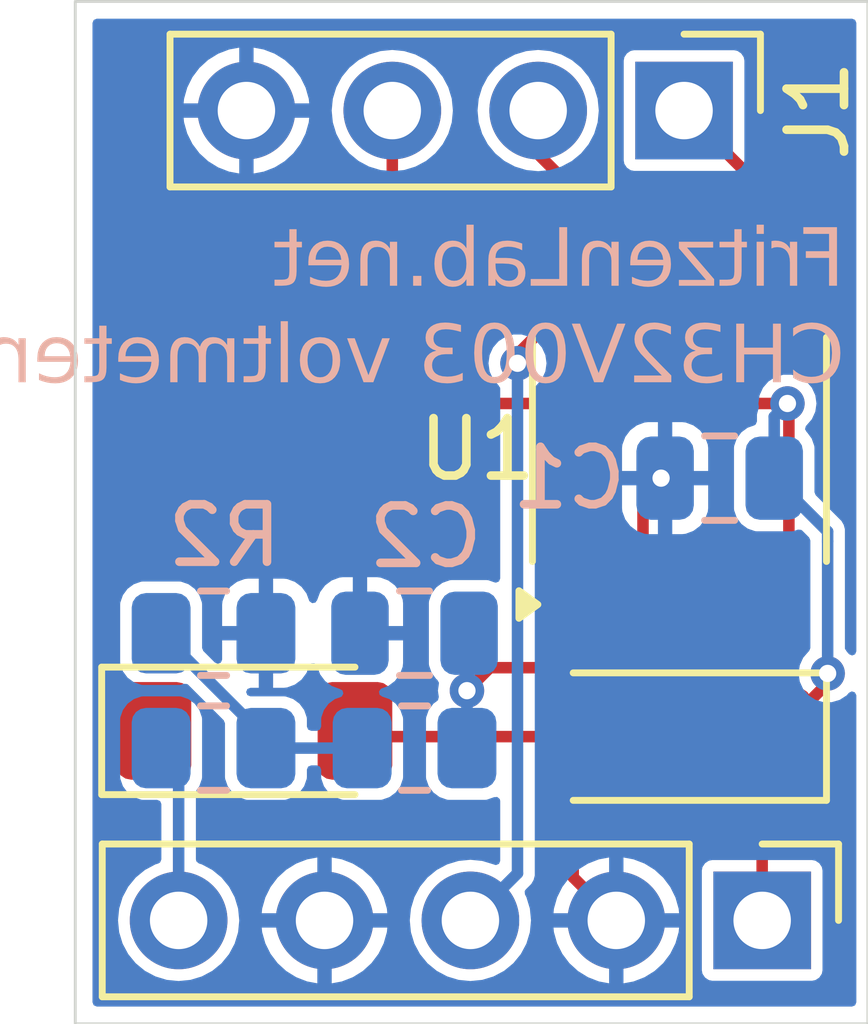
<source format=kicad_pcb>
(kicad_pcb (version 20240108) (generator "pcbnew") (generator_version "8.0")
  (layers (0 "F.Cu" signal) (31 "B.Cu" signal) (34 "B.Paste" user) (35 "F.Paste" user) (36 "B.SilkS" user "B.Silkscreen") (37 "F.SilkS" user "F.Silkscreen") (38 "B.Mask" user) (39 "F.Mask" user) (44 "Edge.Cuts" user))
  (net 0 "")
  (net 1 "GND")
  (net 2 "PowerSupply")
  (net 3 "Voltage")
  (net 4 "Net-(D1-K)")
  (net 5 "SCL")
  (net 6 "SDA")
  (net 7 "Net-(R1-Pad2)")
  (net 9 "SWIO")
  (footprint "Diode_SMD:D_MiniMELF" (layer "F.Cu") (at 124.12 57.8)
    (property "Reference" "D1" (hide yes))
    (property "Value" "D" (hide yes))
    (fp_line (start -2.66 -1.11) (end -2.66 1.11) (stroke (width 0.12)) (layer "F.SilkS"))
    (fp_line (start -2.66 1.11) (end 1.75 1.11) (stroke (width 0.12)) (layer "F.SilkS"))
    (fp_line (start 1.75 -1.11) (end -2.66 -1.11) (stroke (width 0.12)) (layer "F.SilkS"))
    (pad "1" smd roundrect (at -1.75 0) (size 1.3 1.7) (layers "F.Cu" "F.Paste" "F.Mask") (roundrect_rratio 0.1923076923) (net 4 "Net-(D1-K)"))
    (pad "2" smd roundrect (at 1.75 0) (size 1.3 1.7) (layers "F.Cu" "F.Paste" "F.Mask") (roundrect_rratio 0.1923076923) (net 1 "GND"))
  )
  (footprint "Connector_PinHeader_2.54mm:PinHeader_1x04_P2.54mm_Vertical" (layer "F.Cu") (at 131.6 47 -90)
    (property "Reference" "J1" (at 0 -2.33 90) (layer "F.SilkS"))
    (property "Value" "OLED_display" (hide yes))
    (fp_line (start -1.33 8.95) (end 1.33 8.95) (stroke (width 0.12)) (layer "F.SilkS"))
    (fp_line (start -1.33 1.27) (end -1.33 8.95) (stroke (width 0.12)) (layer "F.SilkS"))
    (fp_line (start -1.33 1.27) (end 1.33 1.27) (stroke (width 0.12)) (layer "F.SilkS"))
    (fp_line (start 1.33 1.27) (end 1.33 8.95) (stroke (width 0.12)) (layer "F.SilkS"))
    (fp_line (start -1.33 0) (end -1.33 -1.33) (stroke (width 0.12)) (layer "F.SilkS"))
    (fp_line (start -1.33 -1.33) (end 0 -1.33) (stroke (width 0.12)) (layer "F.SilkS"))
    (pad "1" thru_hole rect (at 0 0 270) (size 1.7 1.7) (drill 1) (layers "*.Cu" "*.Mask") (net 6 "SDA"))
    (pad "2" thru_hole oval (at 0 2.54 270) (size 1.7 1.7) (drill 1) (layers "*.Cu" "*.Mask") (net 5 "SCL"))
    (pad "3" thru_hole oval (at 0 5.08 270) (size 1.7 1.7) (drill 1) (layers "*.Cu" "*.Mask") (net 2 "PowerSupply"))
    (pad "4" thru_hole oval (at 0 7.62 270) (size 1.7 1.7) (drill 1) (layers "*.Cu" "*.Mask") (net 1 "GND"))
  )
  (footprint "Connector_PinHeader_2.54mm:PinHeader_1x05_P2.54mm_Vertical" (layer "F.Cu") (at 132.96 61.1 -90)
    (property "Reference" "J2" (hide yes))
    (property "Value" "Conn_01x05_Pin" (hide yes))
    (fp_line (start -1.33 11.49) (end 1.33 11.49) (stroke (width 0.12)) (layer "F.SilkS"))
    (fp_line (start -1.33 1.27) (end -1.33 11.49) (stroke (width 0.12)) (layer "F.SilkS"))
    (fp_line (start -1.33 1.27) (end 1.33 1.27) (stroke (width 0.12)) (layer "F.SilkS"))
    (fp_line (start 1.33 1.27) (end 1.33 11.49) (stroke (width 0.12)) (layer "F.SilkS"))
    (fp_line (start -1.33 0) (end -1.33 -1.33) (stroke (width 0.12)) (layer "F.SilkS"))
    (fp_line (start -1.33 -1.33) (end 0 -1.33) (stroke (width 0.12)) (layer "F.SilkS"))
    (pad "1" thru_hole rect (at 0 0 270) (size 1.7 1.7) (drill 1) (layers "*.Cu" "*.Mask") (net 2 "PowerSupply"))
    (pad "2" thru_hole oval (at 0 2.54 270) (size 1.7 1.7) (drill 1) (layers "*.Cu" "*.Mask") (net 1 "GND"))
    (pad "3" thru_hole oval (at 0 5.08 270) (size 1.7 1.7) (drill 1) (layers "*.Cu" "*.Mask") (net 9 "SWIO"))
    (pad "4" thru_hole oval (at 0 7.62 270) (size 1.7 1.7) (drill 1) (layers "*.Cu" "*.Mask") (net 1 "GND"))
    (pad "5" thru_hole oval (at 0 10.16 270) (size 1.7 1.7) (drill 1) (layers "*.Cu" "*.Mask") (net 4 "Net-(D1-K)"))
  )
  (footprint "Diode_SMD:D_MiniMELF" (layer "F.Cu") (at 131.42 57.9 180)
    (property "Reference" "D2" (hide yes))
    (property "Value" "D")
    (fp_line (start 1.75 -1.11) (end -2.66 -1.11) (stroke (width 0.12)) (layer "F.SilkS"))
    (fp_line (start -2.66 1.11) (end 1.75 1.11) (stroke (width 0.12)) (layer "F.SilkS"))
    (fp_line (start -2.66 -1.11) (end -2.66 1.11) (stroke (width 0.12)) (layer "F.SilkS"))
    (pad "1" smd roundrect (at -1.75 0 180) (size 1.3 1.7) (layers "F.Cu" "F.Paste" "F.Mask") (roundrect_rratio 0.1923076923) (net 2 "PowerSupply"))
    (pad "2" smd roundrect (at 1.75 0 180) (size 1.3 1.7) (layers "F.Cu" "F.Paste" "F.Mask") (roundrect_rratio 0.1923076923) (net 1 "GND"))
  )
  (footprint "Package_SO:SO-8_3.9x4.9mm_P1.27mm" (layer "F.Cu") (at 131.52 52.9 90)
    (property "Reference" "U1" (at 0 -3.52 180) (layer "F.SilkS"))
    (property "Value" "CH32V003J4M6" (hide yes))
    (fp_line (start 0 -2.56) (end 1.95 -2.56) (stroke (width 0.12)) (layer "F.SilkS"))
    (fp_line (start 0 -2.56) (end -1.95 -2.56) (stroke (width 0.12)) (layer "F.SilkS"))
    (fp_line (start 0 2.56) (end 1.95 2.56) (stroke (width 0.12)) (layer "F.SilkS"))
    (fp_line (start 0 2.56) (end -1.95 2.56) (stroke (width 0.12)) (layer "F.SilkS"))
    (fp_poly (pts (xy -2.7 -2.465) (xy -2.94 -2.795) (xy -2.46 -2.795) (xy -2.7 -2.465)) (stroke (width 0.12)) (fill solid) (layer "F.SilkS"))
    (pad "1" smd roundrect (at -2.575 -1.905 90) (size 1.75 0.6) (layers "F.Cu" "F.Paste" "F.Mask"))
    (pad "2" smd roundrect (at -2.575 -0.635 90) (size 1.75 0.6) (layers "F.Cu" "F.Paste" "F.Mask") (net 1 "GND"))
    (pad "3" smd roundrect (at -2.575 0.635 90) (size 1.75 0.6) (layers "F.Cu" "F.Paste" "F.Mask") (net 3 "Voltage"))
    (pad "4" smd roundrect (at -2.575 1.905 90) (size 1.75 0.6) (layers "F.Cu" "F.Paste" "F.Mask") (net 2 "PowerSupply"))
    (pad "5" smd roundrect (at 2.575 1.905 90) (size 1.75 0.6) (layers "F.Cu" "F.Paste" "F.Mask") (net 6 "SDA"))
    (pad "6" smd roundrect (at 2.575 0.635 90) (size 1.75 0.6) (layers "F.Cu" "F.Paste" "F.Mask") (net 5 "SCL"))
    (pad "7" smd roundrect (at 2.575 -0.635 90) (size 1.75 0.6) (layers "F.Cu" "F.Paste" "F.Mask"))
    (pad "8" smd roundrect (at 2.575 -1.905 90) (size 1.75 0.6) (layers "F.Cu" "F.Paste" "F.Mask") (net 9 "SWIO"))
  )
  (footprint "Resistor_SMD:R_0805_2012Metric" (layer "B.Cu") (at 126.9075 58.1)
    (property "Reference" "R3" (hide yes))
    (property "Value" "4700" (hide yes))
    (fp_line (start 0.227064 -0.735) (end -0.227064 -0.735) (stroke (width 0.12)) (layer "B.SilkS"))
    (fp_line (start 0.227064 0.735) (end -0.227064 0.735) (stroke (width 0.12)) (layer "B.SilkS"))
    (pad "1" smd roundrect (at -0.9125 0) (size 1.025 1.4) (layers "B.Cu" "B.Paste" "B.Mask") (roundrect_rratio 0.243902) (net 7 "Net-(R1-Pad2)"))
    (pad "2" smd roundrect (at 0.9125 0) (size 1.025 1.4) (layers "B.Cu" "B.Paste" "B.Mask") (roundrect_rratio 0.243902) (net 3 "Voltage"))
  )
  (footprint "Capacitor_SMD:C_0805_2012Metric" (layer "B.Cu") (at 126.9075 56.1 180)
    (property "Reference" "C2" (at -0.1925 1.68 0) (layer "B.SilkS") (effects (justify mirror)))
    (property "Value" "100n" (hide yes))
    (fp_line (start 0.261252 0.735) (end -0.261252 0.735) (stroke (width 0.12)) (layer "B.SilkS"))
    (fp_line (start 0.261252 -0.735) (end -0.261252 -0.735) (stroke (width 0.12)) (layer "B.SilkS"))
    (pad "1" smd roundrect (at -0.95 0 180) (size 1 1.45) (layers "B.Cu" "B.Paste" "B.Mask") (net 3 "Voltage"))
    (pad "2" smd roundrect (at 0.95 0 180) (size 1 1.45) (layers "B.Cu" "B.Paste" "B.Mask") (net 1 "GND"))
  )
  (footprint "Capacitor_SMD:C_0805_2012Metric" (layer "B.Cu") (at 132.22 53.4 180)
    (property "Reference" "C1" (at 2.62 0 0) (layer "B.SilkS") (effects (justify mirror)))
    (property "Value" "100n" (hide yes))
    (fp_line (start 0.261252 0.735) (end -0.261252 0.735) (stroke (width 0.12)) (layer "B.SilkS"))
    (fp_line (start 0.261252 -0.735) (end -0.261252 -0.735) (stroke (width 0.12)) (layer "B.SilkS"))
    (pad "1" smd roundrect (at -0.95 0 180) (size 1 1.45) (layers "B.Cu" "B.Paste" "B.Mask") (net 2 "PowerSupply"))
    (pad "2" smd roundrect (at 0.95 0 180) (size 1 1.45) (layers "B.Cu" "B.Paste" "B.Mask") (net 1 "GND"))
  )
  (footprint "Resistor_SMD:R_0805_2012Metric" (layer "B.Cu") (at 123.4075 56.1)
    (property "Reference" "R2" (at 0.1925 -1.7 0) (layer "B.SilkS") (effects (justify mirror)))
    (property "Value" "12000" (hide yes))
    (fp_line (start 0.227064 -0.735) (end -0.227064 -0.735) (stroke (width 0.12)) (layer "B.SilkS"))
    (fp_line (start 0.227064 0.735) (end -0.227064 0.735) (stroke (width 0.12)) (layer "B.SilkS"))
    (pad "1" smd roundrect (at -0.9125 0) (size 1.025 1.4) (layers "B.Cu" "B.Paste" "B.Mask") (roundrect_rratio 0.243902) (net 7 "Net-(R1-Pad2)"))
    (pad "2" smd roundrect (at 0.9125 0) (size 1.025 1.4) (layers "B.Cu" "B.Paste" "B.Mask") (roundrect_rratio 0.243902) (net 1 "GND"))
  )
  (footprint "Resistor_SMD:R_0805_2012Metric" (layer "B.Cu") (at 123.4075 58.1)
    (property "Reference" "R1" (hide yes))
    (property "Value" "68000" (hide yes))
    (fp_line (start 0.227064 -0.735) (end -0.227064 -0.735) (stroke (width 0.12)) (layer "B.SilkS"))
    (fp_line (start 0.227064 0.735) (end -0.227064 0.735) (stroke (width 0.12)) (layer "B.SilkS"))
    (pad "1" smd roundrect (at -0.9125 0) (size 1.025 1.4) (layers "B.Cu" "B.Paste" "B.Mask") (roundrect_rratio 0.243902) (net 4 "Net-(D1-K)"))
    (pad "2" smd roundrect (at 0.9125 0) (size 1.025 1.4) (layers "B.Cu" "B.Paste" "B.Mask") (roundrect_rratio 0.243902) (net 7 "Net-(R1-Pad2)"))
  )
  (gr_rect (start 121 45.1) (end 134.8 62.9) (stroke (width 0.05)) (fill none) (layer "Edge.Cuts"))
  (gr_text "FritzenLab.net\nCH32V003 voltmeter" (at 134.4 51.9 0) (layer "B.SilkS") (effects (font (size 1 1) (thickness 0.1875)) (justify left bottom mirror)))
  (segment (start 130.885 55.475) (end 130.885 53.715) (width 0.2) (layer "F.Cu") (net 1))
  (segment (start 129.67 57.9) (end 129.67 60.35) (width 0.2) (layer "F.Cu") (net 1))
  (segment (start 130.885 53.715) (end 131.2 53.4) (width 0.2) (layer "F.Cu") (net 1))
  (segment (start 129.67 60.35) (end 130.42 61.1) (width 0.2) (layer "F.Cu") (net 1))
  (segment (start 125.97 57.9) (end 125.87 57.8) (width 0.2) (layer "F.Cu") (net 1))
  (segment (start 129.67 57.9) (end 125.97 57.9) (width 0.2) (layer "F.Cu") (net 1))
  (via (at 131.2 53.4) (size 0.6) (drill 0.3) (layers "F.Cu" "B.Cu") (net 1))
  (segment (start 132.96 58.11) (end 133.17 57.9) (width 0.2) (layer "F.Cu") (net 2))
  (segment (start 126.52 50.58) (end 126.52 47) (width 0.2) (layer "F.Cu") (net 2))
  (segment (start 134.1 56.8) (end 134.1 56.97) (width 0.2) (layer "F.Cu") (net 2))
  (segment (start 132.96 61.1) (end 132.96 58.11) (width 0.2) (layer "F.Cu") (net 2))
  (segment (start 128 52.1) (end 126.5 50.6) (width 0.2) (layer "F.Cu") (net 2))
  (segment (start 133.425 55.475) (end 133.425 52.125) (width 0.2) (layer "F.Cu") (net 2))
  (segment (start 134.1 56.97) (end 133.17 57.9) (width 0.2) (layer "F.Cu") (net 2))
  (segment (start 133.425 52.125) (end 133.4 52.1) (width 0.2) (layer "F.Cu") (net 2))
  (segment (start 133.4 52.1) (end 128 52.1) (width 0.2) (layer "F.Cu") (net 2))
  (segment (start 126.5 50.6) (end 126.52 50.58) (width 0.2) (layer "F.Cu") (net 2))
  (via (at 133.4 52.1) (size 0.6) (drill 0.3) (layers "F.Cu" "B.Cu") (net 2))
  (via (at 134.1 56.8) (size 0.6) (drill 0.3) (layers "F.Cu" "B.Cu") (net 2))
  (segment (start 133.17 52.33) (end 133.4 52.1) (width 0.2) (layer "B.Cu") (net 2))
  (segment (start 133.17 53.4) (end 134.1 54.33) (width 0.2) (layer "B.Cu") (net 2))
  (segment (start 134.1 54.33) (end 134.1 54.5) (width 0.2) (layer "B.Cu") (net 2))
  (segment (start 134.1 54.5) (end 134.1 56.8) (width 0.2) (layer "B.Cu") (net 2))
  (segment (start 133.17 53.4) (end 133.17 52.33) (width 0.2) (layer "B.Cu") (net 2))
  (segment (start 132.155 56.349999) (end 131.804999 56.7) (width 0.2) (layer "F.Cu") (net 3))
  (segment (start 127.82 57.1) (end 127.9 57.1) (width 0.2) (layer "F.Cu") (net 3))
  (segment (start 131.804999 56.7) (end 128.22 56.7) (width 0.2) (layer "F.Cu") (net 3))
  (segment (start 128.22 56.7) (end 127.82 57.1) (width 0.2) (layer "F.Cu") (net 3))
  (segment (start 132.155 55.475) (end 132.155 56.349999) (width 0.2) (layer "F.Cu") (net 3))
  (via (at 127.82 57.1) (size 0.6) (drill 0.3) (layers "F.Cu" "B.Cu") (net 3))
  (segment (start 127.82 56.1375) (end 127.8575 56.1) (width 0.2) (layer "B.Cu") (net 3))
  (segment (start 127.82 58.1) (end 127.82 57.1) (width 0.2) (layer "B.Cu") (net 3))
  (segment (start 127.82 57.1) (end 127.82 56.1375) (width 0.2) (layer "B.Cu") (net 3))
  (segment (start 122.8 58.23) (end 122.37 57.8) (width 0.2) (layer "F.Cu") (net 4))
  (segment (start 122.8 61.1) (end 122.8 58.23) (width 0.2) (layer "F.Cu") (net 4))
  (segment (start 122.8 58.405) (end 122.495 58.1) (width 0.2) (layer "B.Cu") (net 4))
  (segment (start 122.8 61.1) (end 122.8 58.405) (width 0.2) (layer "B.Cu") (net 4))
  (segment (start 132.155 49.155) (end 131.8 48.8) (width 0.2) (layer "F.Cu") (net 5))
  (segment (start 130.1 48.8) (end 129.06 47.76) (width 0.2) (layer "F.Cu") (net 5))
  (segment (start 132.155 50.325) (end 132.155 49.155) (width 0.2) (layer "F.Cu") (net 5))
  (segment (start 129.06 47.76) (end 129.06 47) (width 0.2) (layer "F.Cu") (net 5))
  (segment (start 131.8 48.8) (end 130.1 48.8) (width 0.2) (layer "F.Cu") (net 5))
  (segment (start 133.425 50.325) (end 133.425 48.825) (width 0.2) (layer "F.Cu") (net 6))
  (segment (start 133.425 48.825) (end 131.6 47) (width 0.2) (layer "F.Cu") (net 6))
  (segment (start 124.32 58.1) (end 125.995 58.1) (width 0.2) (layer "B.Cu") (net 7))
  (segment (start 124.32 58.1) (end 124.32 57.925) (width 0.2) (layer "B.Cu") (net 7))
  (segment (start 124.32 57.925) (end 122.495 56.1) (width 0.2) (layer "B.Cu") (net 7))
  (segment (start 129.615 50.325) (end 128.7 51.24) (width 0.2) (layer "F.Cu") (net 9))
  (segment (start 128.7 51.24) (end 128.7 51.4) (width 0.2) (layer "F.Cu") (net 9))
  (via (at 128.7 51.4) (size 0.6) (drill 0.3) (layers "F.Cu" "B.Cu") (net 9))
  (segment (start 128.7 51.4) (end 128.7 60.28) (width 0.2) (layer "B.Cu") (net 9))
  (segment (start 128.7 60.28) (end 127.88 61.1) (width 0.2) (layer "B.Cu") (net 9))
  (zone (net 1) (net_name "GND") (layer "B.Cu") (connect_pads (clearance 0.2)) (min_thickness 0.15) (fill yes (thermal_gap 0.25) (thermal_bridge_width 0.25))
    (polygon (pts (xy 121.3 45.4) (xy 134.6 45.4) (xy 134.6 62.6) (xy 121.3 62.6)))
  )
)
</source>
